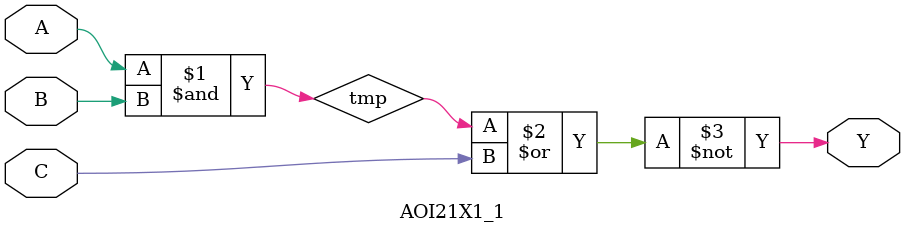
<source format=v>
module AOI21X1_1(A, B, C, Y);
input A, B, C;
output Y;
wire tmp;
and(tmp, A, B);
nor(Y, tmp, C);
endmodule
</source>
